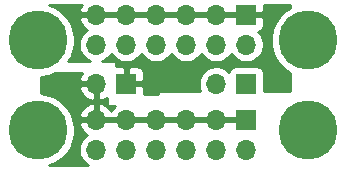
<source format=gtl>
G04 #@! TF.GenerationSoftware,KiCad,Pcbnew,(5.1.5)-3*
G04 #@! TF.CreationDate,2020-11-13T08:06:48-05:00*
G04 #@! TF.ProjectId,PowerDistrib,506f7765-7244-4697-9374-7269622e6b69,rev?*
G04 #@! TF.SameCoordinates,Original*
G04 #@! TF.FileFunction,Copper,L1,Top*
G04 #@! TF.FilePolarity,Positive*
%FSLAX46Y46*%
G04 Gerber Fmt 4.6, Leading zero omitted, Abs format (unit mm)*
G04 Created by KiCad (PCBNEW (5.1.5)-3) date 2020-11-13 08:06:48*
%MOMM*%
%LPD*%
G04 APERTURE LIST*
%ADD10O,1.700000X1.700000*%
%ADD11R,1.700000X1.700000*%
%ADD12C,5.000000*%
%ADD13C,0.254000*%
G04 APERTURE END LIST*
D10*
X124968000Y-78486000D03*
X124968000Y-75946000D03*
X127508000Y-78486000D03*
X127508000Y-75946000D03*
X130048000Y-78486000D03*
X130048000Y-75946000D03*
X132588000Y-78486000D03*
X132588000Y-75946000D03*
X135128000Y-78486000D03*
X135128000Y-75946000D03*
X137668000Y-78486000D03*
D11*
X137668000Y-75946000D03*
X137668000Y-67056000D03*
D10*
X137668000Y-69596000D03*
X135128000Y-67056000D03*
X135128000Y-69596000D03*
X132588000Y-67056000D03*
X132588000Y-69596000D03*
X130048000Y-67056000D03*
X130048000Y-69596000D03*
X127508000Y-67056000D03*
X127508000Y-69596000D03*
X124968000Y-67056000D03*
X124968000Y-69596000D03*
D11*
X137668000Y-72898000D03*
D10*
X135128000Y-72898000D03*
X124968000Y-72898000D03*
D11*
X127508000Y-72898000D03*
D12*
X142875000Y-69215000D03*
X142875000Y-76835000D03*
X120015000Y-69215000D03*
X120015000Y-76835000D03*
D13*
G36*
X123623843Y-66424748D02*
G01*
X123526519Y-66699109D01*
X123647186Y-66929000D01*
X124841000Y-66929000D01*
X124841000Y-66909000D01*
X125095000Y-66909000D01*
X125095000Y-66929000D01*
X127381000Y-66929000D01*
X127381000Y-66909000D01*
X127635000Y-66909000D01*
X127635000Y-66929000D01*
X129921000Y-66929000D01*
X129921000Y-66909000D01*
X130175000Y-66909000D01*
X130175000Y-66929000D01*
X132461000Y-66929000D01*
X132461000Y-66909000D01*
X132715000Y-66909000D01*
X132715000Y-66929000D01*
X135001000Y-66929000D01*
X135001000Y-66909000D01*
X135255000Y-66909000D01*
X135255000Y-66929000D01*
X137541000Y-66929000D01*
X137541000Y-66909000D01*
X137795000Y-66909000D01*
X137795000Y-66929000D01*
X138994250Y-66929000D01*
X139153000Y-66770250D01*
X139155939Y-66230500D01*
X141351000Y-66230500D01*
X141351000Y-66462872D01*
X140876554Y-66779886D01*
X140439886Y-67216554D01*
X140096799Y-67730021D01*
X139860476Y-68300554D01*
X139740000Y-68906229D01*
X139740000Y-69523771D01*
X139860476Y-70129446D01*
X140096799Y-70699979D01*
X140439886Y-71213446D01*
X140876554Y-71650114D01*
X141351000Y-71967128D01*
X141351000Y-73533000D01*
X139156072Y-73533000D01*
X139156072Y-72048000D01*
X139143812Y-71923518D01*
X139107502Y-71803820D01*
X139048537Y-71693506D01*
X138969185Y-71596815D01*
X138872494Y-71517463D01*
X138762180Y-71458498D01*
X138642482Y-71422188D01*
X138518000Y-71409928D01*
X136818000Y-71409928D01*
X136693518Y-71422188D01*
X136573820Y-71458498D01*
X136463506Y-71517463D01*
X136366815Y-71596815D01*
X136287463Y-71693506D01*
X136228498Y-71803820D01*
X136206487Y-71876380D01*
X136074632Y-71744525D01*
X135831411Y-71582010D01*
X135561158Y-71470068D01*
X135274260Y-71413000D01*
X134981740Y-71413000D01*
X134694842Y-71470068D01*
X134424589Y-71582010D01*
X134181368Y-71744525D01*
X133974525Y-71951368D01*
X133812010Y-72194589D01*
X133700068Y-72464842D01*
X133643000Y-72751740D01*
X133643000Y-73044260D01*
X133700068Y-73331158D01*
X133783673Y-73533000D01*
X130302000Y-73533000D01*
X130277224Y-73535440D01*
X130253399Y-73542667D01*
X130231443Y-73554403D01*
X130212197Y-73570197D01*
X130196403Y-73589443D01*
X130184667Y-73611399D01*
X130177440Y-73635224D01*
X130175000Y-73660000D01*
X130175000Y-73787000D01*
X128992231Y-73787000D01*
X128996072Y-73748000D01*
X128993000Y-73183750D01*
X128834250Y-73025000D01*
X127635000Y-73025000D01*
X127635000Y-73045000D01*
X127381000Y-73045000D01*
X127381000Y-73025000D01*
X127361000Y-73025000D01*
X127361000Y-72771000D01*
X127381000Y-72771000D01*
X127381000Y-71571750D01*
X127635000Y-71571750D01*
X127635000Y-72771000D01*
X128834250Y-72771000D01*
X128993000Y-72612250D01*
X128996072Y-72048000D01*
X128983812Y-71923518D01*
X128947502Y-71803820D01*
X128888537Y-71693506D01*
X128809185Y-71596815D01*
X128712494Y-71517463D01*
X128602180Y-71458498D01*
X128482482Y-71422188D01*
X128358000Y-71409928D01*
X127793750Y-71413000D01*
X127635000Y-71571750D01*
X127381000Y-71571750D01*
X127222250Y-71413000D01*
X126658000Y-71409928D01*
X126619000Y-71413769D01*
X126619000Y-71120000D01*
X126616560Y-71095224D01*
X126609333Y-71071399D01*
X126597597Y-71049443D01*
X126581803Y-71030197D01*
X126562557Y-71014403D01*
X126540601Y-71002667D01*
X126516776Y-70995440D01*
X126492000Y-70993000D01*
X125475835Y-70993000D01*
X125671411Y-70911990D01*
X125914632Y-70749475D01*
X126121475Y-70542632D01*
X126238000Y-70368240D01*
X126354525Y-70542632D01*
X126561368Y-70749475D01*
X126804589Y-70911990D01*
X127074842Y-71023932D01*
X127361740Y-71081000D01*
X127654260Y-71081000D01*
X127941158Y-71023932D01*
X128211411Y-70911990D01*
X128454632Y-70749475D01*
X128661475Y-70542632D01*
X128778000Y-70368240D01*
X128894525Y-70542632D01*
X129101368Y-70749475D01*
X129344589Y-70911990D01*
X129614842Y-71023932D01*
X129901740Y-71081000D01*
X130194260Y-71081000D01*
X130481158Y-71023932D01*
X130751411Y-70911990D01*
X130994632Y-70749475D01*
X131201475Y-70542632D01*
X131318000Y-70368240D01*
X131434525Y-70542632D01*
X131641368Y-70749475D01*
X131884589Y-70911990D01*
X132154842Y-71023932D01*
X132441740Y-71081000D01*
X132734260Y-71081000D01*
X133021158Y-71023932D01*
X133291411Y-70911990D01*
X133534632Y-70749475D01*
X133741475Y-70542632D01*
X133858000Y-70368240D01*
X133974525Y-70542632D01*
X134181368Y-70749475D01*
X134424589Y-70911990D01*
X134694842Y-71023932D01*
X134981740Y-71081000D01*
X135274260Y-71081000D01*
X135561158Y-71023932D01*
X135831411Y-70911990D01*
X136074632Y-70749475D01*
X136281475Y-70542632D01*
X136398000Y-70368240D01*
X136514525Y-70542632D01*
X136721368Y-70749475D01*
X136964589Y-70911990D01*
X137234842Y-71023932D01*
X137521740Y-71081000D01*
X137814260Y-71081000D01*
X138101158Y-71023932D01*
X138371411Y-70911990D01*
X138614632Y-70749475D01*
X138821475Y-70542632D01*
X138983990Y-70299411D01*
X139095932Y-70029158D01*
X139153000Y-69742260D01*
X139153000Y-69449740D01*
X139095932Y-69162842D01*
X138983990Y-68892589D01*
X138821475Y-68649368D01*
X138689620Y-68517513D01*
X138762180Y-68495502D01*
X138872494Y-68436537D01*
X138969185Y-68357185D01*
X139048537Y-68260494D01*
X139107502Y-68150180D01*
X139143812Y-68030482D01*
X139156072Y-67906000D01*
X139153000Y-67341750D01*
X138994250Y-67183000D01*
X137795000Y-67183000D01*
X137795000Y-67203000D01*
X137541000Y-67203000D01*
X137541000Y-67183000D01*
X135255000Y-67183000D01*
X135255000Y-67203000D01*
X135001000Y-67203000D01*
X135001000Y-67183000D01*
X132715000Y-67183000D01*
X132715000Y-67203000D01*
X132461000Y-67203000D01*
X132461000Y-67183000D01*
X130175000Y-67183000D01*
X130175000Y-67203000D01*
X129921000Y-67203000D01*
X129921000Y-67183000D01*
X127635000Y-67183000D01*
X127635000Y-67203000D01*
X127381000Y-67203000D01*
X127381000Y-67183000D01*
X125095000Y-67183000D01*
X125095000Y-67203000D01*
X124841000Y-67203000D01*
X124841000Y-67183000D01*
X123647186Y-67183000D01*
X123526519Y-67412891D01*
X123623843Y-67687252D01*
X123772822Y-67937355D01*
X123967731Y-68153588D01*
X124197406Y-68324900D01*
X124021368Y-68442525D01*
X123814525Y-68649368D01*
X123652010Y-68892589D01*
X123540068Y-69162842D01*
X123483000Y-69449740D01*
X123483000Y-69742260D01*
X123540068Y-70029158D01*
X123652010Y-70299411D01*
X123814525Y-70542632D01*
X124021368Y-70749475D01*
X124264589Y-70911990D01*
X124460165Y-70993000D01*
X122597411Y-70993000D01*
X122793201Y-70699979D01*
X123029524Y-70129446D01*
X123150000Y-69523771D01*
X123150000Y-68906229D01*
X123029524Y-68300554D01*
X122793201Y-67730021D01*
X122450114Y-67216554D01*
X122013446Y-66779886D01*
X121499979Y-66436799D01*
X121001930Y-66230500D01*
X123739551Y-66230500D01*
X123623843Y-66424748D01*
G37*
X123623843Y-66424748D02*
X123526519Y-66699109D01*
X123647186Y-66929000D01*
X124841000Y-66929000D01*
X124841000Y-66909000D01*
X125095000Y-66909000D01*
X125095000Y-66929000D01*
X127381000Y-66929000D01*
X127381000Y-66909000D01*
X127635000Y-66909000D01*
X127635000Y-66929000D01*
X129921000Y-66929000D01*
X129921000Y-66909000D01*
X130175000Y-66909000D01*
X130175000Y-66929000D01*
X132461000Y-66929000D01*
X132461000Y-66909000D01*
X132715000Y-66909000D01*
X132715000Y-66929000D01*
X135001000Y-66929000D01*
X135001000Y-66909000D01*
X135255000Y-66909000D01*
X135255000Y-66929000D01*
X137541000Y-66929000D01*
X137541000Y-66909000D01*
X137795000Y-66909000D01*
X137795000Y-66929000D01*
X138994250Y-66929000D01*
X139153000Y-66770250D01*
X139155939Y-66230500D01*
X141351000Y-66230500D01*
X141351000Y-66462872D01*
X140876554Y-66779886D01*
X140439886Y-67216554D01*
X140096799Y-67730021D01*
X139860476Y-68300554D01*
X139740000Y-68906229D01*
X139740000Y-69523771D01*
X139860476Y-70129446D01*
X140096799Y-70699979D01*
X140439886Y-71213446D01*
X140876554Y-71650114D01*
X141351000Y-71967128D01*
X141351000Y-73533000D01*
X139156072Y-73533000D01*
X139156072Y-72048000D01*
X139143812Y-71923518D01*
X139107502Y-71803820D01*
X139048537Y-71693506D01*
X138969185Y-71596815D01*
X138872494Y-71517463D01*
X138762180Y-71458498D01*
X138642482Y-71422188D01*
X138518000Y-71409928D01*
X136818000Y-71409928D01*
X136693518Y-71422188D01*
X136573820Y-71458498D01*
X136463506Y-71517463D01*
X136366815Y-71596815D01*
X136287463Y-71693506D01*
X136228498Y-71803820D01*
X136206487Y-71876380D01*
X136074632Y-71744525D01*
X135831411Y-71582010D01*
X135561158Y-71470068D01*
X135274260Y-71413000D01*
X134981740Y-71413000D01*
X134694842Y-71470068D01*
X134424589Y-71582010D01*
X134181368Y-71744525D01*
X133974525Y-71951368D01*
X133812010Y-72194589D01*
X133700068Y-72464842D01*
X133643000Y-72751740D01*
X133643000Y-73044260D01*
X133700068Y-73331158D01*
X133783673Y-73533000D01*
X130302000Y-73533000D01*
X130277224Y-73535440D01*
X130253399Y-73542667D01*
X130231443Y-73554403D01*
X130212197Y-73570197D01*
X130196403Y-73589443D01*
X130184667Y-73611399D01*
X130177440Y-73635224D01*
X130175000Y-73660000D01*
X130175000Y-73787000D01*
X128992231Y-73787000D01*
X128996072Y-73748000D01*
X128993000Y-73183750D01*
X128834250Y-73025000D01*
X127635000Y-73025000D01*
X127635000Y-73045000D01*
X127381000Y-73045000D01*
X127381000Y-73025000D01*
X127361000Y-73025000D01*
X127361000Y-72771000D01*
X127381000Y-72771000D01*
X127381000Y-71571750D01*
X127635000Y-71571750D01*
X127635000Y-72771000D01*
X128834250Y-72771000D01*
X128993000Y-72612250D01*
X128996072Y-72048000D01*
X128983812Y-71923518D01*
X128947502Y-71803820D01*
X128888537Y-71693506D01*
X128809185Y-71596815D01*
X128712494Y-71517463D01*
X128602180Y-71458498D01*
X128482482Y-71422188D01*
X128358000Y-71409928D01*
X127793750Y-71413000D01*
X127635000Y-71571750D01*
X127381000Y-71571750D01*
X127222250Y-71413000D01*
X126658000Y-71409928D01*
X126619000Y-71413769D01*
X126619000Y-71120000D01*
X126616560Y-71095224D01*
X126609333Y-71071399D01*
X126597597Y-71049443D01*
X126581803Y-71030197D01*
X126562557Y-71014403D01*
X126540601Y-71002667D01*
X126516776Y-70995440D01*
X126492000Y-70993000D01*
X125475835Y-70993000D01*
X125671411Y-70911990D01*
X125914632Y-70749475D01*
X126121475Y-70542632D01*
X126238000Y-70368240D01*
X126354525Y-70542632D01*
X126561368Y-70749475D01*
X126804589Y-70911990D01*
X127074842Y-71023932D01*
X127361740Y-71081000D01*
X127654260Y-71081000D01*
X127941158Y-71023932D01*
X128211411Y-70911990D01*
X128454632Y-70749475D01*
X128661475Y-70542632D01*
X128778000Y-70368240D01*
X128894525Y-70542632D01*
X129101368Y-70749475D01*
X129344589Y-70911990D01*
X129614842Y-71023932D01*
X129901740Y-71081000D01*
X130194260Y-71081000D01*
X130481158Y-71023932D01*
X130751411Y-70911990D01*
X130994632Y-70749475D01*
X131201475Y-70542632D01*
X131318000Y-70368240D01*
X131434525Y-70542632D01*
X131641368Y-70749475D01*
X131884589Y-70911990D01*
X132154842Y-71023932D01*
X132441740Y-71081000D01*
X132734260Y-71081000D01*
X133021158Y-71023932D01*
X133291411Y-70911990D01*
X133534632Y-70749475D01*
X133741475Y-70542632D01*
X133858000Y-70368240D01*
X133974525Y-70542632D01*
X134181368Y-70749475D01*
X134424589Y-70911990D01*
X134694842Y-71023932D01*
X134981740Y-71081000D01*
X135274260Y-71081000D01*
X135561158Y-71023932D01*
X135831411Y-70911990D01*
X136074632Y-70749475D01*
X136281475Y-70542632D01*
X136398000Y-70368240D01*
X136514525Y-70542632D01*
X136721368Y-70749475D01*
X136964589Y-70911990D01*
X137234842Y-71023932D01*
X137521740Y-71081000D01*
X137814260Y-71081000D01*
X138101158Y-71023932D01*
X138371411Y-70911990D01*
X138614632Y-70749475D01*
X138821475Y-70542632D01*
X138983990Y-70299411D01*
X139095932Y-70029158D01*
X139153000Y-69742260D01*
X139153000Y-69449740D01*
X139095932Y-69162842D01*
X138983990Y-68892589D01*
X138821475Y-68649368D01*
X138689620Y-68517513D01*
X138762180Y-68495502D01*
X138872494Y-68436537D01*
X138969185Y-68357185D01*
X139048537Y-68260494D01*
X139107502Y-68150180D01*
X139143812Y-68030482D01*
X139156072Y-67906000D01*
X139153000Y-67341750D01*
X138994250Y-67183000D01*
X137795000Y-67183000D01*
X137795000Y-67203000D01*
X137541000Y-67203000D01*
X137541000Y-67183000D01*
X135255000Y-67183000D01*
X135255000Y-67203000D01*
X135001000Y-67203000D01*
X135001000Y-67183000D01*
X132715000Y-67183000D01*
X132715000Y-67203000D01*
X132461000Y-67203000D01*
X132461000Y-67183000D01*
X130175000Y-67183000D01*
X130175000Y-67203000D01*
X129921000Y-67203000D01*
X129921000Y-67183000D01*
X127635000Y-67183000D01*
X127635000Y-67203000D01*
X127381000Y-67203000D01*
X127381000Y-67183000D01*
X125095000Y-67183000D01*
X125095000Y-67203000D01*
X124841000Y-67203000D01*
X124841000Y-67183000D01*
X123647186Y-67183000D01*
X123526519Y-67412891D01*
X123623843Y-67687252D01*
X123772822Y-67937355D01*
X123967731Y-68153588D01*
X124197406Y-68324900D01*
X124021368Y-68442525D01*
X123814525Y-68649368D01*
X123652010Y-68892589D01*
X123540068Y-69162842D01*
X123483000Y-69449740D01*
X123483000Y-69742260D01*
X123540068Y-70029158D01*
X123652010Y-70299411D01*
X123814525Y-70542632D01*
X124021368Y-70749475D01*
X124264589Y-70911990D01*
X124460165Y-70993000D01*
X122597411Y-70993000D01*
X122793201Y-70699979D01*
X123029524Y-70129446D01*
X123150000Y-69523771D01*
X123150000Y-68906229D01*
X123029524Y-68300554D01*
X122793201Y-67730021D01*
X122450114Y-67216554D01*
X122013446Y-66779886D01*
X121499979Y-66436799D01*
X121001930Y-66230500D01*
X123739551Y-66230500D01*
X123623843Y-66424748D01*
G36*
X123772822Y-72016645D02*
G01*
X123623843Y-72266748D01*
X123526519Y-72541109D01*
X123647186Y-72771000D01*
X124841000Y-72771000D01*
X124841000Y-72751000D01*
X125095000Y-72751000D01*
X125095000Y-72771000D01*
X125115000Y-72771000D01*
X125115000Y-73025000D01*
X125095000Y-73025000D01*
X125095000Y-74218155D01*
X125324890Y-74339476D01*
X125472099Y-74294825D01*
X125734920Y-74169641D01*
X125857000Y-74078583D01*
X125857000Y-74676000D01*
X125859440Y-74700776D01*
X125866667Y-74724601D01*
X125878403Y-74746557D01*
X125894197Y-74765803D01*
X125913443Y-74781597D01*
X125935399Y-74793333D01*
X125959224Y-74800560D01*
X125984000Y-74803000D01*
X126568614Y-74803000D01*
X126507731Y-74848412D01*
X126312822Y-75064645D01*
X126238000Y-75190255D01*
X126163178Y-75064645D01*
X125968269Y-74848412D01*
X125734920Y-74674359D01*
X125472099Y-74549175D01*
X125324890Y-74504524D01*
X125095000Y-74625845D01*
X125095000Y-75819000D01*
X127381000Y-75819000D01*
X127381000Y-75799000D01*
X127635000Y-75799000D01*
X127635000Y-75819000D01*
X129921000Y-75819000D01*
X129921000Y-75799000D01*
X130175000Y-75799000D01*
X130175000Y-75819000D01*
X132461000Y-75819000D01*
X132461000Y-75799000D01*
X132715000Y-75799000D01*
X132715000Y-75819000D01*
X135001000Y-75819000D01*
X135001000Y-75799000D01*
X135255000Y-75799000D01*
X135255000Y-75819000D01*
X137541000Y-75819000D01*
X137541000Y-75799000D01*
X137795000Y-75799000D01*
X137795000Y-75819000D01*
X137815000Y-75819000D01*
X137815000Y-76073000D01*
X137795000Y-76073000D01*
X137795000Y-76093000D01*
X137541000Y-76093000D01*
X137541000Y-76073000D01*
X135255000Y-76073000D01*
X135255000Y-76093000D01*
X135001000Y-76093000D01*
X135001000Y-76073000D01*
X132715000Y-76073000D01*
X132715000Y-76093000D01*
X132461000Y-76093000D01*
X132461000Y-76073000D01*
X130175000Y-76073000D01*
X130175000Y-76093000D01*
X129921000Y-76093000D01*
X129921000Y-76073000D01*
X127635000Y-76073000D01*
X127635000Y-76093000D01*
X127381000Y-76093000D01*
X127381000Y-76073000D01*
X125095000Y-76073000D01*
X125095000Y-76093000D01*
X124841000Y-76093000D01*
X124841000Y-76073000D01*
X123647186Y-76073000D01*
X123526519Y-76302891D01*
X123623843Y-76577252D01*
X123772822Y-76827355D01*
X123967731Y-77043588D01*
X124197406Y-77214900D01*
X124021368Y-77332525D01*
X123814525Y-77539368D01*
X123652010Y-77782589D01*
X123540068Y-78052842D01*
X123483000Y-78339740D01*
X123483000Y-78632260D01*
X123540068Y-78919158D01*
X123652010Y-79189411D01*
X123814525Y-79432632D01*
X124021368Y-79639475D01*
X124264589Y-79801990D01*
X124306862Y-79819500D01*
X121001930Y-79819500D01*
X121499979Y-79613201D01*
X122013446Y-79270114D01*
X122450114Y-78833446D01*
X122793201Y-78319979D01*
X123029524Y-77749446D01*
X123150000Y-77143771D01*
X123150000Y-76526229D01*
X123029524Y-75920554D01*
X122892235Y-75589109D01*
X123526519Y-75589109D01*
X123647186Y-75819000D01*
X124841000Y-75819000D01*
X124841000Y-74625845D01*
X124611110Y-74504524D01*
X124463901Y-74549175D01*
X124201080Y-74674359D01*
X123967731Y-74848412D01*
X123772822Y-75064645D01*
X123623843Y-75314748D01*
X123526519Y-75589109D01*
X122892235Y-75589109D01*
X122793201Y-75350021D01*
X122450114Y-74836554D01*
X122013446Y-74399886D01*
X121499979Y-74056799D01*
X120929446Y-73820476D01*
X120323771Y-73700000D01*
X120269000Y-73700000D01*
X120269000Y-73254891D01*
X123526519Y-73254891D01*
X123623843Y-73529252D01*
X123772822Y-73779355D01*
X123967731Y-73995588D01*
X124201080Y-74169641D01*
X124463901Y-74294825D01*
X124611110Y-74339476D01*
X124841000Y-74218155D01*
X124841000Y-73025000D01*
X123647186Y-73025000D01*
X123526519Y-73254891D01*
X120269000Y-73254891D01*
X120269000Y-72350000D01*
X120323771Y-72350000D01*
X120929446Y-72229524D01*
X121461837Y-72009000D01*
X123779713Y-72009000D01*
X123772822Y-72016645D01*
G37*
X123772822Y-72016645D02*
X123623843Y-72266748D01*
X123526519Y-72541109D01*
X123647186Y-72771000D01*
X124841000Y-72771000D01*
X124841000Y-72751000D01*
X125095000Y-72751000D01*
X125095000Y-72771000D01*
X125115000Y-72771000D01*
X125115000Y-73025000D01*
X125095000Y-73025000D01*
X125095000Y-74218155D01*
X125324890Y-74339476D01*
X125472099Y-74294825D01*
X125734920Y-74169641D01*
X125857000Y-74078583D01*
X125857000Y-74676000D01*
X125859440Y-74700776D01*
X125866667Y-74724601D01*
X125878403Y-74746557D01*
X125894197Y-74765803D01*
X125913443Y-74781597D01*
X125935399Y-74793333D01*
X125959224Y-74800560D01*
X125984000Y-74803000D01*
X126568614Y-74803000D01*
X126507731Y-74848412D01*
X126312822Y-75064645D01*
X126238000Y-75190255D01*
X126163178Y-75064645D01*
X125968269Y-74848412D01*
X125734920Y-74674359D01*
X125472099Y-74549175D01*
X125324890Y-74504524D01*
X125095000Y-74625845D01*
X125095000Y-75819000D01*
X127381000Y-75819000D01*
X127381000Y-75799000D01*
X127635000Y-75799000D01*
X127635000Y-75819000D01*
X129921000Y-75819000D01*
X129921000Y-75799000D01*
X130175000Y-75799000D01*
X130175000Y-75819000D01*
X132461000Y-75819000D01*
X132461000Y-75799000D01*
X132715000Y-75799000D01*
X132715000Y-75819000D01*
X135001000Y-75819000D01*
X135001000Y-75799000D01*
X135255000Y-75799000D01*
X135255000Y-75819000D01*
X137541000Y-75819000D01*
X137541000Y-75799000D01*
X137795000Y-75799000D01*
X137795000Y-75819000D01*
X137815000Y-75819000D01*
X137815000Y-76073000D01*
X137795000Y-76073000D01*
X137795000Y-76093000D01*
X137541000Y-76093000D01*
X137541000Y-76073000D01*
X135255000Y-76073000D01*
X135255000Y-76093000D01*
X135001000Y-76093000D01*
X135001000Y-76073000D01*
X132715000Y-76073000D01*
X132715000Y-76093000D01*
X132461000Y-76093000D01*
X132461000Y-76073000D01*
X130175000Y-76073000D01*
X130175000Y-76093000D01*
X129921000Y-76093000D01*
X129921000Y-76073000D01*
X127635000Y-76073000D01*
X127635000Y-76093000D01*
X127381000Y-76093000D01*
X127381000Y-76073000D01*
X125095000Y-76073000D01*
X125095000Y-76093000D01*
X124841000Y-76093000D01*
X124841000Y-76073000D01*
X123647186Y-76073000D01*
X123526519Y-76302891D01*
X123623843Y-76577252D01*
X123772822Y-76827355D01*
X123967731Y-77043588D01*
X124197406Y-77214900D01*
X124021368Y-77332525D01*
X123814525Y-77539368D01*
X123652010Y-77782589D01*
X123540068Y-78052842D01*
X123483000Y-78339740D01*
X123483000Y-78632260D01*
X123540068Y-78919158D01*
X123652010Y-79189411D01*
X123814525Y-79432632D01*
X124021368Y-79639475D01*
X124264589Y-79801990D01*
X124306862Y-79819500D01*
X121001930Y-79819500D01*
X121499979Y-79613201D01*
X122013446Y-79270114D01*
X122450114Y-78833446D01*
X122793201Y-78319979D01*
X123029524Y-77749446D01*
X123150000Y-77143771D01*
X123150000Y-76526229D01*
X123029524Y-75920554D01*
X122892235Y-75589109D01*
X123526519Y-75589109D01*
X123647186Y-75819000D01*
X124841000Y-75819000D01*
X124841000Y-74625845D01*
X124611110Y-74504524D01*
X124463901Y-74549175D01*
X124201080Y-74674359D01*
X123967731Y-74848412D01*
X123772822Y-75064645D01*
X123623843Y-75314748D01*
X123526519Y-75589109D01*
X122892235Y-75589109D01*
X122793201Y-75350021D01*
X122450114Y-74836554D01*
X122013446Y-74399886D01*
X121499979Y-74056799D01*
X120929446Y-73820476D01*
X120323771Y-73700000D01*
X120269000Y-73700000D01*
X120269000Y-73254891D01*
X123526519Y-73254891D01*
X123623843Y-73529252D01*
X123772822Y-73779355D01*
X123967731Y-73995588D01*
X124201080Y-74169641D01*
X124463901Y-74294825D01*
X124611110Y-74339476D01*
X124841000Y-74218155D01*
X124841000Y-73025000D01*
X123647186Y-73025000D01*
X123526519Y-73254891D01*
X120269000Y-73254891D01*
X120269000Y-72350000D01*
X120323771Y-72350000D01*
X120929446Y-72229524D01*
X121461837Y-72009000D01*
X123779713Y-72009000D01*
X123772822Y-72016645D01*
M02*

</source>
